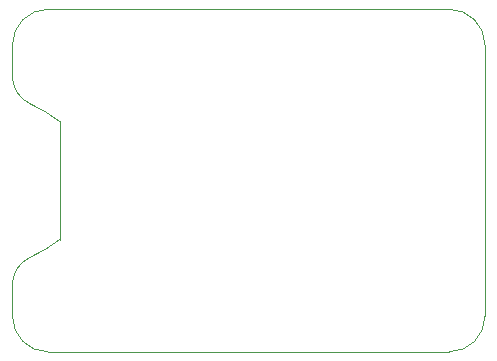
<source format=gm1>
%TF.GenerationSoftware,KiCad,Pcbnew,(6.0.1)*%
%TF.CreationDate,2022-01-25T13:59:19+08:00*%
%TF.ProjectId,PCB_OLED_OEL1M4033FPC_A1_E,5043425f-4f4c-4454-945f-4f454c314d34,1.1*%
%TF.SameCoordinates,Original*%
%TF.FileFunction,Profile,NP*%
%FSLAX46Y46*%
G04 Gerber Fmt 4.6, Leading zero omitted, Abs format (unit mm)*
G04 Created by KiCad (PCBNEW (6.0.1)) date 2022-01-25 13:59:19*
%MOMM*%
%LPD*%
G01*
G04 APERTURE LIST*
%TA.AperFunction,Profile*%
%ADD10C,0.100000*%
%TD*%
G04 APERTURE END LIST*
D10*
X129500000Y-36000000D02*
X129500000Y-59000000D01*
X93500000Y-42500000D02*
G75*
G03*
X91000000Y-41000000I-7519596J-9699327D01*
G01*
X89500000Y-59000000D02*
X89500000Y-56500000D01*
X91000000Y-54000000D02*
G75*
G03*
X89500000Y-56500000I1042226J-2325336D01*
G01*
X126500000Y-62000000D02*
G75*
G03*
X129500000Y-59000000I-1J3000001D01*
G01*
X129500000Y-36000000D02*
G75*
G03*
X126500000Y-33000000I-3000001J-1D01*
G01*
X92500000Y-33000000D02*
G75*
G03*
X89500000Y-36000000I1J-3000001D01*
G01*
X91000000Y-54000000D02*
G75*
G03*
X93500000Y-52500000I-5019596J11199327D01*
G01*
X89500000Y-59000000D02*
G75*
G03*
X92500000Y-62000000I3000001J1D01*
G01*
X126500000Y-62000000D02*
X92500000Y-62000000D01*
X93500000Y-52500000D02*
X93500000Y-42500000D01*
X92500000Y-33000000D02*
X126500000Y-33000000D01*
X89500000Y-38500000D02*
X89500000Y-36000000D01*
X89500000Y-38500000D02*
G75*
G03*
X91000000Y-41000000I2542226J-174664D01*
G01*
M02*

</source>
